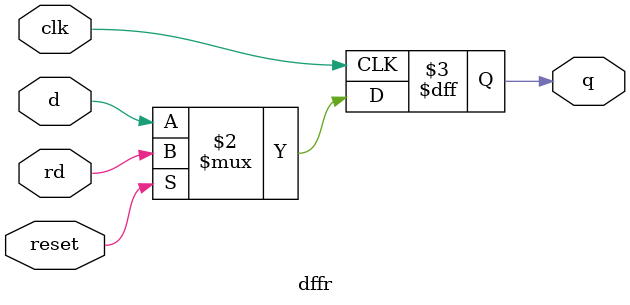
<source format=v>
module top_module (
	input clk,
	input reset,
	output [31:0] q
);

	genvar i;

	generate
		for (i = 31; i >= 0; i = i - 1) begin : shifting
			wire d;

			assign d = ((i == 21) | (i == 1) | (i == 0) ? q[0] : 1'b0) ^ q[(i + 1) % 32];

			dffr dffri(clk, d, reset, i ? 1'b0 : 1'b1, q[i]);
		end
	endgenerate

endmodule

module dffr (
	input clk,
	input d,
	input reset,
	input rd,
	output reg q
);

	always @(posedge clk)
		q <= reset ? rd : d;

endmodule

</source>
